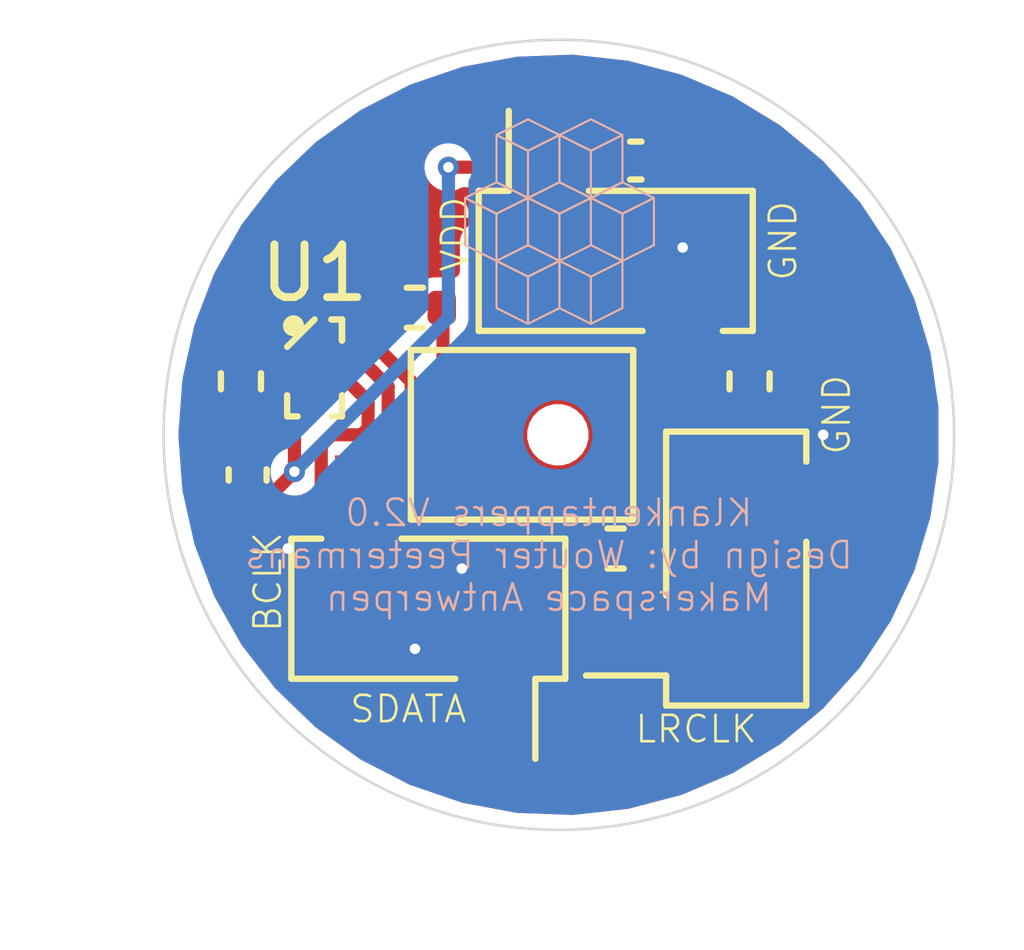
<source format=kicad_pcb>
(kicad_pcb (version 20171130) (host pcbnew 5.1.10)

  (general
    (thickness 1.6)
    (drawings 89)
    (tracks 76)
    (zones 0)
    (modules 11)
    (nets 10)
  )

  (page A4)
  (layers
    (0 F.Cu signal)
    (31 B.Cu signal)
    (32 B.Adhes user)
    (33 F.Adhes user)
    (34 B.Paste user)
    (35 F.Paste user)
    (36 B.SilkS user)
    (37 F.SilkS user)
    (38 B.Mask user)
    (39 F.Mask user)
    (40 Dwgs.User user hide)
    (41 Cmts.User user hide)
    (42 Eco1.User user hide)
    (43 Eco2.User user hide)
    (44 Edge.Cuts user)
    (45 Margin user)
    (46 B.CrtYd user hide)
    (47 F.CrtYd user hide)
    (48 B.Fab user hide)
    (49 F.Fab user hide)
  )

  (setup
    (last_trace_width 0.25)
    (trace_clearance 0.2)
    (zone_clearance 0.254)
    (zone_45_only yes)
    (trace_min 0.127)
    (via_size 0.8)
    (via_drill 0.4)
    (via_min_size 0.4)
    (via_min_drill 0.2)
    (uvia_size 0.3)
    (uvia_drill 0.1)
    (uvias_allowed no)
    (uvia_min_size 0.2)
    (uvia_min_drill 0.1)
    (edge_width 0.05)
    (segment_width 0.2)
    (pcb_text_width 0.3)
    (pcb_text_size 1.5 1.5)
    (mod_edge_width 0.12)
    (mod_text_size 1 1)
    (mod_text_width 0.15)
    (pad_size 0.4 0.4)
    (pad_drill 0)
    (pad_to_mask_clearance 0)
    (aux_axis_origin 0 0)
    (visible_elements FFFFEF7F)
    (pcbplotparams
      (layerselection 0x3ffff_ffffffff)
      (usegerberextensions false)
      (usegerberattributes true)
      (usegerberadvancedattributes true)
      (creategerberjobfile true)
      (excludeedgelayer true)
      (linewidth 0.100000)
      (plotframeref false)
      (viasonmask false)
      (mode 1)
      (useauxorigin false)
      (hpglpennumber 1)
      (hpglpenspeed 20)
      (hpglpendiameter 15.000000)
      (psnegative false)
      (psa4output false)
      (plotreference true)
      (plotvalue true)
      (plotinvisibletext false)
      (padsonsilk false)
      (subtractmaskfromsilk false)
      (outputformat 1)
      (mirror false)
      (drillshape 0)
      (scaleselection 1)
      (outputdirectory "fab/"))
  )

  (net 0 "")
  (net 1 GND)
  (net 2 VDD)
  (net 3 /SDATA)
  (net 4 /BCLK)
  (net 5 /LRCLK)
  (net 6 /LRSELECT)
  (net 7 /PDM_CLK)
  (net 8 "Net-(MK1-Pad1)")
  (net 9 /PDM_DAT)

  (net_class Default "This is the default net class."
    (clearance 0.2)
    (trace_width 0.25)
    (via_dia 0.8)
    (via_drill 0.4)
    (uvia_dia 0.3)
    (uvia_drill 0.1)
  )

  (net_class small ""
    (clearance 0.127)
    (trace_width 0.25)
    (via_dia 0.4)
    (via_drill 0.2)
    (uvia_dia 0.3)
    (uvia_drill 0.1)
    (add_net /BCLK)
    (add_net /LRCLK)
    (add_net /LRSELECT)
    (add_net /PDM_CLK)
    (add_net /PDM_DAT)
    (add_net /SDATA)
    (add_net GND)
    (add_net "Net-(MK1-Pad1)")
    (add_net VDD)
  )

  (module custom:BGA-8_2x4_0.8x1.6mm (layer F.Cu) (tedit 0) (tstamp 6156CF8F)
    (at 135.509 124.714)
    (path /6081731D)
    (attr smd)
    (fp_text reference U1 (at 0 -1.8) (layer F.SilkS)
      (effects (font (size 1 1) (thickness 0.15)))
    )
    (fp_text value ADAU7002 (at 0 1.8) (layer F.Fab)
      (effects (font (size 1 1) (thickness 0.15)))
    )
    (fp_line (start 0 -0.8) (end -0.4 -0.4) (layer F.Fab) (width 0.1))
    (fp_line (start -0.4 -0.4) (end -0.4 0.8) (layer F.Fab) (width 0.1))
    (fp_line (start -0.4 0.8) (end 0.4 0.8) (layer F.Fab) (width 0.1))
    (fp_line (start 0.4 0.8) (end 0.4 -0.8) (layer F.Fab) (width 0.1))
    (fp_line (start 0.4 -0.8) (end 0 -0.8) (layer F.Fab) (width 0.1))
    (fp_line (start 0.32 -0.92) (end 0.52 -0.92) (layer F.SilkS) (width 0.12))
    (fp_line (start 0.52 -0.92) (end 0.52 -0.52) (layer F.SilkS) (width 0.12))
    (fp_line (start 0.32 -0.92) (end 0.52 -0.92) (layer F.SilkS) (width 0.12))
    (fp_line (start 0.52 -0.92) (end 0.52 -0.52) (layer F.SilkS) (width 0.12))
    (fp_line (start 0.32 0.92) (end 0.52 0.92) (layer F.SilkS) (width 0.12))
    (fp_line (start 0.52 0.92) (end 0.52 0.52) (layer F.SilkS) (width 0.12))
    (fp_line (start 0.32 -0.92) (end 0.52 -0.92) (layer F.SilkS) (width 0.12))
    (fp_line (start 0.52 -0.92) (end 0.52 -0.52) (layer F.SilkS) (width 0.12))
    (fp_line (start -0.32 0.92) (end -0.52 0.92) (layer F.SilkS) (width 0.12))
    (fp_line (start -0.52 0.92) (end -0.52 0.52) (layer F.SilkS) (width 0.12))
    (fp_line (start 0 -0.92) (end -0.52 -0.4) (layer F.SilkS) (width 0.12))
    (fp_circle (center -0.4 -0.8) (end -0.4 -0.7) (layer F.SilkS) (width 0.2))
    (fp_line (start -0.6 -1) (end 0.6 -1) (layer F.CrtYd) (width 0.05))
    (fp_line (start 0.6 -1) (end 0.6 1) (layer F.CrtYd) (width 0.05))
    (fp_line (start 0.6 1) (end -0.6 1) (layer F.CrtYd) (width 0.05))
    (fp_line (start -0.6 1) (end -0.6 -1) (layer F.CrtYd) (width 0.05))
    (pad D2 smd circle (at 0.2 0.6) (size 0.26 0.26) (layers F.Cu F.Paste F.Mask)
      (net 2 VDD))
    (pad C2 smd circle (at 0.2 0.2) (size 0.26 0.26) (layers F.Cu F.Paste F.Mask)
      (net 5 /LRCLK))
    (pad B2 smd circle (at 0.2 -0.2) (size 0.26 0.26) (layers F.Cu F.Paste F.Mask)
      (net 4 /BCLK))
    (pad A2 smd circle (at 0.2 -0.6) (size 0.26 0.26) (layers F.Cu F.Paste F.Mask)
      (net 7 /PDM_CLK))
    (pad D1 smd circle (at -0.2 0.6) (size 0.26 0.26) (layers F.Cu F.Paste F.Mask)
      (net 2 VDD))
    (pad C1 smd circle (at -0.2 0.2) (size 0.26 0.26) (layers F.Cu F.Paste F.Mask)
      (net 1 GND))
    (pad B1 smd circle (at -0.2 -0.2) (size 0.26 0.26) (layers F.Cu F.Paste F.Mask)
      (net 3 /SDATA))
    (pad A1 smd circle (at -0.2 -0.6) (size 0.26 0.26) (layers F.Cu F.Paste F.Mask)
      (net 9 /PDM_DAT))
  )

  (module Resistor_SMD:R_0402_1005Metric (layer F.Cu) (tedit 5F68FEEE) (tstamp 6156CF6E)
    (at 141.222 128.143)
    (descr "Resistor SMD 0402 (1005 Metric), square (rectangular) end terminal, IPC_7351 nominal, (Body size source: IPC-SM-782 page 72, https://www.pcb-3d.com/wordpress/wp-content/uploads/ipc-sm-782a_amendment_1_and_2.pdf), generated with kicad-footprint-generator")
    (tags resistor)
    (path /60BDFDA6)
    (attr smd)
    (fp_text reference R4 (at 0 -1.17) (layer F.SilkS) hide
      (effects (font (size 1 1) (thickness 0.15)))
    )
    (fp_text value 0 (at 0 1.17) (layer F.Fab)
      (effects (font (size 1 1) (thickness 0.15)))
    )
    (fp_text user %R (at 0 0) (layer F.Fab)
      (effects (font (size 0.26 0.26) (thickness 0.04)))
    )
    (fp_line (start -0.525 0.27) (end -0.525 -0.27) (layer F.Fab) (width 0.1))
    (fp_line (start -0.525 -0.27) (end 0.525 -0.27) (layer F.Fab) (width 0.1))
    (fp_line (start 0.525 -0.27) (end 0.525 0.27) (layer F.Fab) (width 0.1))
    (fp_line (start 0.525 0.27) (end -0.525 0.27) (layer F.Fab) (width 0.1))
    (fp_line (start -0.153641 -0.38) (end 0.153641 -0.38) (layer F.SilkS) (width 0.12))
    (fp_line (start -0.153641 0.38) (end 0.153641 0.38) (layer F.SilkS) (width 0.12))
    (fp_line (start -0.93 0.47) (end -0.93 -0.47) (layer F.CrtYd) (width 0.05))
    (fp_line (start -0.93 -0.47) (end 0.93 -0.47) (layer F.CrtYd) (width 0.05))
    (fp_line (start 0.93 -0.47) (end 0.93 0.47) (layer F.CrtYd) (width 0.05))
    (fp_line (start 0.93 0.47) (end -0.93 0.47) (layer F.CrtYd) (width 0.05))
    (pad 2 smd roundrect (at 0.51 0) (size 0.54 0.64) (layers F.Cu F.Paste F.Mask) (roundrect_rratio 0.25)
      (net 1 GND))
    (pad 1 smd roundrect (at -0.51 0) (size 0.54 0.64) (layers F.Cu F.Paste F.Mask) (roundrect_rratio 0.25)
      (net 6 /LRSELECT))
    (model ${KISYS3DMOD}/Resistor_SMD.3dshapes/R_0402_1005Metric.wrl
      (at (xyz 0 0 0))
      (scale (xyz 1 1 1))
      (rotate (xyz 0 0 0))
    )
  )

  (module Resistor_SMD:R_0402_1005Metric (layer F.Cu) (tedit 5F68FEEE) (tstamp 6156CF5D)
    (at 143.764 124.968 270)
    (descr "Resistor SMD 0402 (1005 Metric), square (rectangular) end terminal, IPC_7351 nominal, (Body size source: IPC-SM-782 page 72, https://www.pcb-3d.com/wordpress/wp-content/uploads/ipc-sm-782a_amendment_1_and_2.pdf), generated with kicad-footprint-generator")
    (tags resistor)
    (path /60BDF761)
    (attr smd)
    (fp_text reference R3 (at 0 -1.17 90) (layer F.SilkS) hide
      (effects (font (size 1 1) (thickness 0.15)))
    )
    (fp_text value 0 (at 0 1.17 90) (layer F.Fab)
      (effects (font (size 1 1) (thickness 0.15)))
    )
    (fp_text user %R (at 0 0 90) (layer F.Fab)
      (effects (font (size 0.26 0.26) (thickness 0.04)))
    )
    (fp_line (start -0.525 0.27) (end -0.525 -0.27) (layer F.Fab) (width 0.1))
    (fp_line (start -0.525 -0.27) (end 0.525 -0.27) (layer F.Fab) (width 0.1))
    (fp_line (start 0.525 -0.27) (end 0.525 0.27) (layer F.Fab) (width 0.1))
    (fp_line (start 0.525 0.27) (end -0.525 0.27) (layer F.Fab) (width 0.1))
    (fp_line (start -0.153641 -0.38) (end 0.153641 -0.38) (layer F.SilkS) (width 0.12))
    (fp_line (start -0.153641 0.38) (end 0.153641 0.38) (layer F.SilkS) (width 0.12))
    (fp_line (start -0.93 0.47) (end -0.93 -0.47) (layer F.CrtYd) (width 0.05))
    (fp_line (start -0.93 -0.47) (end 0.93 -0.47) (layer F.CrtYd) (width 0.05))
    (fp_line (start 0.93 -0.47) (end 0.93 0.47) (layer F.CrtYd) (width 0.05))
    (fp_line (start 0.93 0.47) (end -0.93 0.47) (layer F.CrtYd) (width 0.05))
    (pad 2 smd roundrect (at 0.51 0 270) (size 0.54 0.64) (layers F.Cu F.Paste F.Mask) (roundrect_rratio 0.25)
      (net 6 /LRSELECT))
    (pad 1 smd roundrect (at -0.51 0 270) (size 0.54 0.64) (layers F.Cu F.Paste F.Mask) (roundrect_rratio 0.25)
      (net 2 VDD))
    (model ${KISYS3DMOD}/Resistor_SMD.3dshapes/R_0402_1005Metric.wrl
      (at (xyz 0 0 0))
      (scale (xyz 1 1 1))
      (rotate (xyz 0 0 0))
    )
  )

  (module Resistor_SMD:R_0402_1005Metric (layer F.Cu) (tedit 5F68FEEE) (tstamp 6156CF4C)
    (at 137.412 123.571)
    (descr "Resistor SMD 0402 (1005 Metric), square (rectangular) end terminal, IPC_7351 nominal, (Body size source: IPC-SM-782 page 72, https://www.pcb-3d.com/wordpress/wp-content/uploads/ipc-sm-782a_amendment_1_and_2.pdf), generated with kicad-footprint-generator")
    (tags resistor)
    (path /608E6240)
    (attr smd)
    (fp_text reference R2 (at 0 -1.17) (layer F.SilkS) hide
      (effects (font (size 1 1) (thickness 0.15)))
    )
    (fp_text value 100 (at 0 1.17) (layer F.Fab)
      (effects (font (size 1 1) (thickness 0.15)))
    )
    (fp_text user %R (at 0 0) (layer F.Fab)
      (effects (font (size 0.26 0.26) (thickness 0.04)))
    )
    (fp_line (start -0.525 0.27) (end -0.525 -0.27) (layer F.Fab) (width 0.1))
    (fp_line (start -0.525 -0.27) (end 0.525 -0.27) (layer F.Fab) (width 0.1))
    (fp_line (start 0.525 -0.27) (end 0.525 0.27) (layer F.Fab) (width 0.1))
    (fp_line (start 0.525 0.27) (end -0.525 0.27) (layer F.Fab) (width 0.1))
    (fp_line (start -0.153641 -0.38) (end 0.153641 -0.38) (layer F.SilkS) (width 0.12))
    (fp_line (start -0.153641 0.38) (end 0.153641 0.38) (layer F.SilkS) (width 0.12))
    (fp_line (start -0.93 0.47) (end -0.93 -0.47) (layer F.CrtYd) (width 0.05))
    (fp_line (start -0.93 -0.47) (end 0.93 -0.47) (layer F.CrtYd) (width 0.05))
    (fp_line (start 0.93 -0.47) (end 0.93 0.47) (layer F.CrtYd) (width 0.05))
    (fp_line (start 0.93 0.47) (end -0.93 0.47) (layer F.CrtYd) (width 0.05))
    (pad 2 smd roundrect (at 0.51 0) (size 0.54 0.64) (layers F.Cu F.Paste F.Mask) (roundrect_rratio 0.25)
      (net 8 "Net-(MK1-Pad1)"))
    (pad 1 smd roundrect (at -0.51 0) (size 0.54 0.64) (layers F.Cu F.Paste F.Mask) (roundrect_rratio 0.25)
      (net 9 /PDM_DAT))
    (model ${KISYS3DMOD}/Resistor_SMD.3dshapes/R_0402_1005Metric.wrl
      (at (xyz 0 0 0))
      (scale (xyz 1 1 1))
      (rotate (xyz 0 0 0))
    )
  )

  (module Resistor_SMD:R_0402_1005Metric (layer F.Cu) (tedit 5F68FEEE) (tstamp 6156CF3B)
    (at 134.112 124.968 270)
    (descr "Resistor SMD 0402 (1005 Metric), square (rectangular) end terminal, IPC_7351 nominal, (Body size source: IPC-SM-782 page 72, https://www.pcb-3d.com/wordpress/wp-content/uploads/ipc-sm-782a_amendment_1_and_2.pdf), generated with kicad-footprint-generator")
    (tags resistor)
    (path /6083C714)
    (attr smd)
    (fp_text reference R1 (at 0 -1.17 90) (layer F.SilkS) hide
      (effects (font (size 1 1) (thickness 0.15)))
    )
    (fp_text value 4k7 (at 0 1.17 90) (layer F.Fab)
      (effects (font (size 1 1) (thickness 0.15)))
    )
    (fp_text user %R (at 0 0 90) (layer F.Fab)
      (effects (font (size 0.26 0.26) (thickness 0.04)))
    )
    (fp_line (start -0.525 0.27) (end -0.525 -0.27) (layer F.Fab) (width 0.1))
    (fp_line (start -0.525 -0.27) (end 0.525 -0.27) (layer F.Fab) (width 0.1))
    (fp_line (start 0.525 -0.27) (end 0.525 0.27) (layer F.Fab) (width 0.1))
    (fp_line (start 0.525 0.27) (end -0.525 0.27) (layer F.Fab) (width 0.1))
    (fp_line (start -0.153641 -0.38) (end 0.153641 -0.38) (layer F.SilkS) (width 0.12))
    (fp_line (start -0.153641 0.38) (end 0.153641 0.38) (layer F.SilkS) (width 0.12))
    (fp_line (start -0.93 0.47) (end -0.93 -0.47) (layer F.CrtYd) (width 0.05))
    (fp_line (start -0.93 -0.47) (end 0.93 -0.47) (layer F.CrtYd) (width 0.05))
    (fp_line (start 0.93 -0.47) (end 0.93 0.47) (layer F.CrtYd) (width 0.05))
    (fp_line (start 0.93 0.47) (end -0.93 0.47) (layer F.CrtYd) (width 0.05))
    (pad 2 smd roundrect (at 0.51 0 270) (size 0.54 0.64) (layers F.Cu F.Paste F.Mask) (roundrect_rratio 0.25)
      (net 1 GND))
    (pad 1 smd roundrect (at -0.51 0 270) (size 0.54 0.64) (layers F.Cu F.Paste F.Mask) (roundrect_rratio 0.25)
      (net 3 /SDATA))
    (model ${KISYS3DMOD}/Resistor_SMD.3dshapes/R_0402_1005Metric.wrl
      (at (xyz 0 0 0))
      (scale (xyz 1 1 1))
      (rotate (xyz 0 0 0))
    )
  )

  (module Sensor_Audio:Infineon_PG-LLGA-5-1 (layer F.Cu) (tedit 5BB39B96) (tstamp 6156CF2A)
    (at 139.446 125.984)
    (descr "Infineon_PG-LLGA-5-1 StepUp generated footprint, https://www.infineon.com/cms/en/product/packages/PG-LLGA/PG-LLGA-5-1/")
    (tags "infineon mems microphone")
    (path /60832ACD)
    (attr smd)
    (fp_text reference MK1 (at 0 -2.5) (layer F.SilkS) hide
      (effects (font (size 1 1) (thickness 0.15)))
    )
    (fp_text value IM69D120 (at 0 2.5) (layer F.Fab)
      (effects (font (size 1 1) (thickness 0.15)))
    )
    (fp_text user %R (at 0 0) (layer F.Fab)
      (effects (font (size 1 1) (thickness 0.15)))
    )
    (fp_line (start -1 -1.5) (end 2 -1.5) (layer F.Fab) (width 0.1))
    (fp_line (start 2 -1.5) (end 2 1.5) (layer F.Fab) (width 0.1))
    (fp_line (start 2 1.5) (end -2 1.5) (layer F.Fab) (width 0.1))
    (fp_line (start -2 1.5) (end -2 -0.5) (layer F.Fab) (width 0.1))
    (fp_line (start -2.25 -1.75) (end 2.25 -1.75) (layer F.CrtYd) (width 0.05))
    (fp_line (start 2.25 -1.75) (end 2.25 1.75) (layer F.CrtYd) (width 0.05))
    (fp_line (start 2.25 1.75) (end -2.25 1.75) (layer F.CrtYd) (width 0.05))
    (fp_line (start -2.25 1.75) (end -2.25 -1.75) (layer F.CrtYd) (width 0.05))
    (fp_line (start -2.11 -1.61) (end 2.11 -1.61) (layer F.SilkS) (width 0.12))
    (fp_line (start 2.11 -1.61) (end 2.11 1.61) (layer F.SilkS) (width 0.12))
    (fp_line (start 2.11 1.61) (end -2.11 1.61) (layer F.SilkS) (width 0.12))
    (fp_line (start -2.11 1.61) (end -2.11 -1.61) (layer F.SilkS) (width 0.12))
    (fp_line (start -2 -0.5) (end -1 -1.5) (layer F.Fab) (width 0.1))
    (pad 5 smd custom (at 0.68 -0.81) (size 0.4 0.4) (layers F.Cu F.Mask)
      (net 1 GND) (zone_connect 0)
      (options (clearance outline) (anchor circle))
      (primitives
        (gr_circle (center 0 0.81) (end 0.81 0.81) (width 0.46))
      ))
    (pad "" smd custom (at 1.08 -0.693) (size 0.3 0.3) (layers F.Paste)
      (zone_connect 0)
      (options (clearance outline) (anchor circle))
      (primitives
        (gr_poly (pts
           (xy 0.332468 0.084738) (xy 0.321597 0.162013) (xy 0.281981 0.229246) (xy 0.219652 0.2762) (xy 0.144099 0.295729)
           (xy 0.066824 0.284857) (xy -0.000409 0.245242) (xy -0.1 0.173205) (xy -0.212181 0.122975) (xy -0.280106 0.084557)
           (xy -0.328158 0.023071) (xy -0.349023 -0.052124) (xy -0.339523 -0.12958) (xy -0.301106 -0.197505) (xy -0.239619 -0.245557)
           (xy -0.164424 -0.266422) (xy -0.086969 -0.256922) (xy 0.039636 -0.205356) (xy 0.158025 -0.137004) (xy 0.265986 -0.053144)
           (xy 0.31294 0.009185)) (width 0))
      ))
    (pad "" smd custom (at 0.28 -0.693) (size 0.3 0.3) (layers F.Paste)
      (zone_connect 0)
      (options (clearance outline) (anchor circle))
      (primitives
        (gr_poly (pts
           (xy 0.239619 -0.245557) (xy 0.301106 -0.197505) (xy 0.339523 -0.12958) (xy 0.349023 -0.052124) (xy 0.328158 0.023071)
           (xy 0.280106 0.084557) (xy 0.212181 0.122975) (xy 0.1 0.173205) (xy 0.000409 0.245242) (xy -0.066824 0.284857)
           (xy -0.144099 0.295729) (xy -0.219652 0.2762) (xy -0.281981 0.229246) (xy -0.321597 0.162013) (xy -0.332468 0.084738)
           (xy -0.31294 0.009185) (xy -0.265986 -0.053144) (xy -0.158025 -0.137004) (xy -0.039636 -0.205356) (xy 0.086969 -0.256922)
           (xy 0.164424 -0.266422)) (width 0))
      ))
    (pad "" smd custom (at -0.12 0) (size 0.3 0.3) (layers F.Paste)
      (zone_connect 0)
      (options (clearance outline) (anchor circle))
      (primitives
        (gr_poly (pts
           (xy -0.092849 -0.330295) (xy -0.020491 -0.359518) (xy 0.057542 -0.358826) (xy 0.12937 -0.328325) (xy 0.184059 -0.272658)
           (xy 0.213282 -0.2003) (xy 0.21259 -0.122267) (xy 0.2 0) (xy 0.21259 0.122267) (xy 0.213282 0.2003)
           (xy 0.184059 0.272658) (xy 0.12937 0.328325) (xy 0.057542 0.358826) (xy -0.020491 0.359518) (xy -0.092849 0.330295)
           (xy -0.148516 0.275607) (xy -0.179017 0.203778) (xy -0.197661 0.068352) (xy -0.197661 -0.068352) (xy -0.179017 -0.203778)
           (xy -0.148516 -0.275607)) (width 0))
      ))
    (pad "" smd custom (at 0.28 0.693) (size 0.3 0.3) (layers F.Paste)
      (zone_connect 0)
      (options (clearance outline) (anchor circle))
      (primitives
        (gr_poly (pts
           (xy -0.332475 -0.084712) (xy -0.32161 -0.161988) (xy -0.281999 -0.229224) (xy -0.219674 -0.276183) (xy -0.144122 -0.295717)
           (xy -0.066846 -0.284852) (xy 0.000389 -0.245242) (xy 0.099986 -0.173213) (xy 0.212171 -0.122991) (xy 0.280099 -0.084579)
           (xy 0.328156 -0.023096) (xy 0.349027 0.052097) (xy 0.339534 0.129554) (xy 0.301122 0.197481) (xy 0.239639 0.245538)
           (xy 0.164445 0.266409) (xy 0.086989 0.256916) (xy -0.03962 0.205359) (xy -0.158014 0.137016) (xy -0.265981 0.053165)
           (xy -0.312941 -0.00916)) (width 0))
      ))
    (pad "" smd custom (at 1.08 0.693) (size 0.3 0.3) (layers F.Paste)
      (zone_connect 0)
      (options (clearance outline) (anchor circle))
      (primitives
        (gr_poly (pts
           (xy -0.239617 0.245559) (xy -0.301104 0.197507) (xy -0.339522 0.129583) (xy -0.349022 0.052127) (xy -0.328158 -0.023068)
           (xy -0.280106 -0.084555) (xy -0.212182 -0.122973) (xy -0.100002 -0.173204) (xy -0.000411 -0.245242) (xy 0.066822 -0.284858)
           (xy 0.144097 -0.29573) (xy 0.21965 -0.276202) (xy 0.281979 -0.229248) (xy 0.321596 -0.162016) (xy 0.332468 -0.084741)
           (xy 0.31294 -0.009187) (xy 0.265986 0.053142) (xy 0.158026 0.137002) (xy 0.039638 0.205355) (xy -0.086966 0.256923)
           (xy -0.164422 0.266423)) (width 0))
      ))
    (pad "" smd custom (at 1.48 0) (size 0.3 0.3) (layers F.Paste)
      (zone_connect 0)
      (options (clearance outline) (anchor circle))
      (primitives
        (gr_poly (pts
           (xy 0.092849 0.330295) (xy 0.020491 0.359518) (xy -0.057542 0.358826) (xy -0.12937 0.328325) (xy -0.184059 0.272658)
           (xy -0.213282 0.2003) (xy -0.21259 0.122267) (xy -0.2 0) (xy -0.21259 -0.122267) (xy -0.213282 -0.2003)
           (xy -0.184059 -0.272658) (xy -0.12937 -0.328325) (xy -0.057542 -0.358826) (xy 0.020491 -0.359518) (xy 0.092849 -0.330295)
           (xy 0.148516 -0.275607) (xy 0.179017 -0.203778) (xy 0.197661 -0.068352) (xy 0.197661 0.068352) (xy 0.179017 0.203778)
           (xy 0.148516 0.275607)) (width 0))
      ))
    (pad "" smd custom (at -0.8 0.725) (size 0.3 0.3) (layers F.Paste)
      (zone_connect 0)
      (options (clearance outline) (anchor circle))
      (primitives
        (gr_poly (pts
           (xy 0.184776 -0.076537) (xy 0.141421 -0.141421) (xy 0.076537 -0.184776) (xy 0 -0.2) (xy -0.076537 -0.184776)
           (xy -0.141421 -0.141421) (xy -0.184776 -0.076537) (xy -0.2 0) (xy -0.2 0.25) (xy -0.184776 0.326537)
           (xy -0.141421 0.391421) (xy -0.076537 0.434776) (xy 0 0.45) (xy 0.076537 0.434776) (xy 0.141421 0.391421)
           (xy 0.184776 0.326537) (xy 0.2 0.25) (xy 0.2 0)) (width 0))
      ))
    (pad "" smd custom (at -1.5 0.725) (size 0.3 0.3) (layers F.Paste)
      (zone_connect 0)
      (options (clearance outline) (anchor circle))
      (primitives
        (gr_poly (pts
           (xy 0.184776 -0.076537) (xy 0.141421 -0.141421) (xy 0.076537 -0.184776) (xy 0 -0.2) (xy -0.076537 -0.184776)
           (xy -0.141421 -0.141421) (xy -0.184776 -0.076537) (xy -0.2 0) (xy -0.2 0.25) (xy -0.184776 0.326537)
           (xy -0.141421 0.391421) (xy -0.076537 0.434776) (xy 0 0.45) (xy 0.076537 0.434776) (xy 0.141421 0.391421)
           (xy 0.184776 0.326537) (xy 0.2 0.25) (xy 0.2 0)) (width 0))
      ))
    (pad "" smd custom (at -0.8 -0.725) (size 0.3 0.3) (layers F.Paste)
      (zone_connect 0)
      (options (clearance outline) (anchor circle))
      (primitives
        (gr_poly (pts
           (xy 0.184776 -0.326537) (xy 0.141421 -0.391421) (xy 0.076537 -0.434776) (xy 0 -0.45) (xy -0.076537 -0.434776)
           (xy -0.141421 -0.391421) (xy -0.184776 -0.326537) (xy -0.2 -0.25) (xy -0.2 0) (xy -0.184776 0.076537)
           (xy -0.141421 0.141421) (xy -0.076537 0.184776) (xy 0 0.2) (xy 0.076537 0.184776) (xy 0.141421 0.141421)
           (xy 0.184776 0.076537) (xy 0.2 0) (xy 0.2 -0.25)) (width 0))
      ))
    (pad "" smd custom (at -1.5 -0.725) (size 0.3 0.3) (layers F.Paste)
      (zone_connect 0)
      (options (clearance outline) (anchor circle))
      (primitives
        (gr_poly (pts
           (xy 0.184776 -0.326537) (xy 0.141421 -0.391421) (xy 0.076537 -0.434776) (xy 0 -0.45) (xy -0.076537 -0.434776)
           (xy -0.141421 -0.391421) (xy -0.184776 -0.326537) (xy -0.2 -0.25) (xy -0.2 0) (xy -0.184776 0.076537)
           (xy -0.141421 0.141421) (xy -0.076537 0.184776) (xy 0 0.2) (xy 0.076537 0.184776) (xy 0.141421 0.141421)
           (xy 0.184776 0.076537) (xy 0.2 0) (xy 0.2 -0.25)) (width 0))
      ))
    (pad "" np_thru_hole circle (at 0.68 0) (size 0.8 0.8) (drill 0.8) (layers *.Cu *.Mask))
    (pad 4 smd rect (at -0.8 0.85) (size 0.45 0.7) (layers F.Cu F.Mask)
      (net 6 /LRSELECT))
    (pad 3 smd rect (at -1.5 0.85) (size 0.45 0.7) (layers F.Cu F.Mask)
      (net 7 /PDM_CLK))
    (pad 2 smd rect (at -0.8 -0.85) (size 0.45 0.7) (layers F.Cu F.Mask)
      (net 2 VDD))
    (pad 1 smd rect (at -1.5 -0.85) (size 0.45 0.7) (layers F.Cu F.Mask)
      (net 8 "Net-(MK1-Pad1)"))
    (model ${KISYS3DMOD}/Sensor_Audio.3dshapes/Infineon_PG-LLGA-5-1.wrl
      (at (xyz 0 0 0))
      (scale (xyz 1 1 1))
      (rotate (xyz 0 0 0))
    )
  )

  (module Connector_PinHeader_2.54mm:PinHeader_1x02_P2.54mm_Vertical_SMD_Pin1Right (layer F.Cu) (tedit 59FED5CC) (tstamp 6156CF08)
    (at 143.51 128.524 180)
    (descr "surface-mounted straight pin header, 1x02, 2.54mm pitch, single row, style 2 (pin 1 right)")
    (tags "Surface mounted pin header SMD 1x02 2.54mm single row style2 pin1 right")
    (path /615701D1)
    (attr smd)
    (fp_text reference J3 (at 0 -3.6) (layer F.SilkS) hide
      (effects (font (size 1 1) (thickness 0.15)))
    )
    (fp_text value Conn_01x02 (at 0 3.6) (layer F.Fab)
      (effects (font (size 1 1) (thickness 0.15)))
    )
    (fp_text user %R (at 0 0 90) (layer F.Fab)
      (effects (font (size 1 1) (thickness 0.15)))
    )
    (fp_line (start 1.27 2.54) (end -1.27 2.54) (layer F.Fab) (width 0.1))
    (fp_line (start -1.27 -2.54) (end 0.32 -2.54) (layer F.Fab) (width 0.1))
    (fp_line (start 1.27 2.54) (end 1.27 -1.59) (layer F.Fab) (width 0.1))
    (fp_line (start 1.27 -1.59) (end 0.32 -2.54) (layer F.Fab) (width 0.1))
    (fp_line (start -1.27 -2.54) (end -1.27 2.54) (layer F.Fab) (width 0.1))
    (fp_line (start -1.27 0.95) (end -2.54 0.95) (layer F.Fab) (width 0.1))
    (fp_line (start -2.54 0.95) (end -2.54 1.59) (layer F.Fab) (width 0.1))
    (fp_line (start -2.54 1.59) (end -1.27 1.59) (layer F.Fab) (width 0.1))
    (fp_line (start 1.27 -1.59) (end 2.54 -1.59) (layer F.Fab) (width 0.1))
    (fp_line (start 2.54 -1.59) (end 2.54 -0.95) (layer F.Fab) (width 0.1))
    (fp_line (start 2.54 -0.95) (end 1.27 -0.95) (layer F.Fab) (width 0.1))
    (fp_line (start -1.33 -2.6) (end 1.33 -2.6) (layer F.SilkS) (width 0.12))
    (fp_line (start -1.33 2.6) (end 1.33 2.6) (layer F.SilkS) (width 0.12))
    (fp_line (start 1.33 -0.51) (end 1.33 2.6) (layer F.SilkS) (width 0.12))
    (fp_line (start -1.33 -2.6) (end -1.33 0.51) (layer F.SilkS) (width 0.12))
    (fp_line (start 1.33 -2.03) (end 2.85 -2.03) (layer F.SilkS) (width 0.12))
    (fp_line (start 1.33 -2.6) (end 1.33 -2.03) (layer F.SilkS) (width 0.12))
    (fp_line (start -1.33 2.03) (end -1.33 2.6) (layer F.SilkS) (width 0.12))
    (fp_line (start -3.45 -3.05) (end -3.45 3.05) (layer F.CrtYd) (width 0.05))
    (fp_line (start -3.45 3.05) (end 3.45 3.05) (layer F.CrtYd) (width 0.05))
    (fp_line (start 3.45 3.05) (end 3.45 -3.05) (layer F.CrtYd) (width 0.05))
    (fp_line (start 3.45 -3.05) (end -3.45 -3.05) (layer F.CrtYd) (width 0.05))
    (pad 1 smd rect (at 1.655 -1.27 180) (size 2.51 1) (layers F.Cu F.Paste F.Mask)
      (net 5 /LRCLK))
    (pad 2 smd rect (at -1.655 1.27 180) (size 2.51 1) (layers F.Cu F.Paste F.Mask)
      (net 1 GND))
    (model ${KISYS3DMOD}/Connector_PinHeader_2.54mm.3dshapes/PinHeader_1x02_P2.54mm_Vertical_SMD_Pin1Right.wrl
      (at (xyz 0 0 0))
      (scale (xyz 1 1 1))
      (rotate (xyz 0 0 0))
    )
  )

  (module Connector_PinHeader_2.54mm:PinHeader_1x02_P2.54mm_Vertical_SMD_Pin1Right (layer F.Cu) (tedit 59FED5CC) (tstamp 6156CEEB)
    (at 137.668 129.286 270)
    (descr "surface-mounted straight pin header, 1x02, 2.54mm pitch, single row, style 2 (pin 1 right)")
    (tags "Surface mounted pin header SMD 1x02 2.54mm single row style2 pin1 right")
    (path /6156FA6B)
    (attr smd)
    (fp_text reference J2 (at 0 -3.6 90) (layer F.SilkS) hide
      (effects (font (size 1 1) (thickness 0.15)))
    )
    (fp_text value Conn_01x02 (at 0 3.6 90) (layer F.Fab)
      (effects (font (size 1 1) (thickness 0.15)))
    )
    (fp_text user %R (at 0 0) (layer F.Fab)
      (effects (font (size 1 1) (thickness 0.15)))
    )
    (fp_line (start 1.27 2.54) (end -1.27 2.54) (layer F.Fab) (width 0.1))
    (fp_line (start -1.27 -2.54) (end 0.32 -2.54) (layer F.Fab) (width 0.1))
    (fp_line (start 1.27 2.54) (end 1.27 -1.59) (layer F.Fab) (width 0.1))
    (fp_line (start 1.27 -1.59) (end 0.32 -2.54) (layer F.Fab) (width 0.1))
    (fp_line (start -1.27 -2.54) (end -1.27 2.54) (layer F.Fab) (width 0.1))
    (fp_line (start -1.27 0.95) (end -2.54 0.95) (layer F.Fab) (width 0.1))
    (fp_line (start -2.54 0.95) (end -2.54 1.59) (layer F.Fab) (width 0.1))
    (fp_line (start -2.54 1.59) (end -1.27 1.59) (layer F.Fab) (width 0.1))
    (fp_line (start 1.27 -1.59) (end 2.54 -1.59) (layer F.Fab) (width 0.1))
    (fp_line (start 2.54 -1.59) (end 2.54 -0.95) (layer F.Fab) (width 0.1))
    (fp_line (start 2.54 -0.95) (end 1.27 -0.95) (layer F.Fab) (width 0.1))
    (fp_line (start -1.33 -2.6) (end 1.33 -2.6) (layer F.SilkS) (width 0.12))
    (fp_line (start -1.33 2.6) (end 1.33 2.6) (layer F.SilkS) (width 0.12))
    (fp_line (start 1.33 -0.51) (end 1.33 2.6) (layer F.SilkS) (width 0.12))
    (fp_line (start -1.33 -2.6) (end -1.33 0.51) (layer F.SilkS) (width 0.12))
    (fp_line (start 1.33 -2.03) (end 2.85 -2.03) (layer F.SilkS) (width 0.12))
    (fp_line (start 1.33 -2.6) (end 1.33 -2.03) (layer F.SilkS) (width 0.12))
    (fp_line (start -1.33 2.03) (end -1.33 2.6) (layer F.SilkS) (width 0.12))
    (fp_line (start -3.45 -3.05) (end -3.45 3.05) (layer F.CrtYd) (width 0.05))
    (fp_line (start -3.45 3.05) (end 3.45 3.05) (layer F.CrtYd) (width 0.05))
    (fp_line (start 3.45 3.05) (end 3.45 -3.05) (layer F.CrtYd) (width 0.05))
    (fp_line (start 3.45 -3.05) (end -3.45 -3.05) (layer F.CrtYd) (width 0.05))
    (pad 1 smd rect (at 1.655 -1.27 270) (size 2.51 1) (layers F.Cu F.Paste F.Mask)
      (net 3 /SDATA))
    (pad 2 smd rect (at -1.655 1.27 270) (size 2.51 1) (layers F.Cu F.Paste F.Mask)
      (net 4 /BCLK))
    (model ${KISYS3DMOD}/Connector_PinHeader_2.54mm.3dshapes/PinHeader_1x02_P2.54mm_Vertical_SMD_Pin1Right.wrl
      (at (xyz 0 0 0))
      (scale (xyz 1 1 1))
      (rotate (xyz 0 0 0))
    )
  )

  (module Connector_PinHeader_2.54mm:PinHeader_1x02_P2.54mm_Vertical_SMD_Pin1Right (layer F.Cu) (tedit 59FED5CC) (tstamp 6156CECE)
    (at 141.224 122.682 90)
    (descr "surface-mounted straight pin header, 1x02, 2.54mm pitch, single row, style 2 (pin 1 right)")
    (tags "Surface mounted pin header SMD 1x02 2.54mm single row style2 pin1 right")
    (path /608553F2)
    (attr smd)
    (fp_text reference J1 (at 0 -3.6 90) (layer F.SilkS) hide
      (effects (font (size 1 1) (thickness 0.15)))
    )
    (fp_text value Conn_01x02 (at 0 3.6 90) (layer F.Fab)
      (effects (font (size 1 1) (thickness 0.15)))
    )
    (fp_text user %R (at 0 0) (layer F.Fab)
      (effects (font (size 1 1) (thickness 0.15)))
    )
    (fp_line (start 1.27 2.54) (end -1.27 2.54) (layer F.Fab) (width 0.1))
    (fp_line (start -1.27 -2.54) (end 0.32 -2.54) (layer F.Fab) (width 0.1))
    (fp_line (start 1.27 2.54) (end 1.27 -1.59) (layer F.Fab) (width 0.1))
    (fp_line (start 1.27 -1.59) (end 0.32 -2.54) (layer F.Fab) (width 0.1))
    (fp_line (start -1.27 -2.54) (end -1.27 2.54) (layer F.Fab) (width 0.1))
    (fp_line (start -1.27 0.95) (end -2.54 0.95) (layer F.Fab) (width 0.1))
    (fp_line (start -2.54 0.95) (end -2.54 1.59) (layer F.Fab) (width 0.1))
    (fp_line (start -2.54 1.59) (end -1.27 1.59) (layer F.Fab) (width 0.1))
    (fp_line (start 1.27 -1.59) (end 2.54 -1.59) (layer F.Fab) (width 0.1))
    (fp_line (start 2.54 -1.59) (end 2.54 -0.95) (layer F.Fab) (width 0.1))
    (fp_line (start 2.54 -0.95) (end 1.27 -0.95) (layer F.Fab) (width 0.1))
    (fp_line (start -1.33 -2.6) (end 1.33 -2.6) (layer F.SilkS) (width 0.12))
    (fp_line (start -1.33 2.6) (end 1.33 2.6) (layer F.SilkS) (width 0.12))
    (fp_line (start 1.33 -0.51) (end 1.33 2.6) (layer F.SilkS) (width 0.12))
    (fp_line (start -1.33 -2.6) (end -1.33 0.51) (layer F.SilkS) (width 0.12))
    (fp_line (start 1.33 -2.03) (end 2.85 -2.03) (layer F.SilkS) (width 0.12))
    (fp_line (start 1.33 -2.6) (end 1.33 -2.03) (layer F.SilkS) (width 0.12))
    (fp_line (start -1.33 2.03) (end -1.33 2.6) (layer F.SilkS) (width 0.12))
    (fp_line (start -3.45 -3.05) (end -3.45 3.05) (layer F.CrtYd) (width 0.05))
    (fp_line (start -3.45 3.05) (end 3.45 3.05) (layer F.CrtYd) (width 0.05))
    (fp_line (start 3.45 3.05) (end 3.45 -3.05) (layer F.CrtYd) (width 0.05))
    (fp_line (start 3.45 -3.05) (end -3.45 -3.05) (layer F.CrtYd) (width 0.05))
    (pad 1 smd rect (at 1.655 -1.27 90) (size 2.51 1) (layers F.Cu F.Paste F.Mask)
      (net 2 VDD))
    (pad 2 smd rect (at -1.655 1.27 90) (size 2.51 1) (layers F.Cu F.Paste F.Mask)
      (net 1 GND))
    (model ${KISYS3DMOD}/Connector_PinHeader_2.54mm.3dshapes/PinHeader_1x02_P2.54mm_Vertical_SMD_Pin1Right.wrl
      (at (xyz 0 0 0))
      (scale (xyz 1 1 1))
      (rotate (xyz 0 0 0))
    )
  )

  (module Capacitor_SMD:C_0402_1005Metric (layer F.Cu) (tedit 5F68FEEE) (tstamp 6156CEB1)
    (at 141.605 120.777 180)
    (descr "Capacitor SMD 0402 (1005 Metric), square (rectangular) end terminal, IPC_7351 nominal, (Body size source: IPC-SM-782 page 76, https://www.pcb-3d.com/wordpress/wp-content/uploads/ipc-sm-782a_amendment_1_and_2.pdf), generated with kicad-footprint-generator")
    (tags capacitor)
    (path /60838268)
    (attr smd)
    (fp_text reference C2 (at 0 -1.16) (layer F.SilkS) hide
      (effects (font (size 1 1) (thickness 0.15)))
    )
    (fp_text value 0.1uF (at 0 1.16) (layer F.Fab)
      (effects (font (size 1 1) (thickness 0.15)))
    )
    (fp_text user %R (at 0 0) (layer F.Fab)
      (effects (font (size 0.25 0.25) (thickness 0.04)))
    )
    (fp_line (start -0.5 0.25) (end -0.5 -0.25) (layer F.Fab) (width 0.1))
    (fp_line (start -0.5 -0.25) (end 0.5 -0.25) (layer F.Fab) (width 0.1))
    (fp_line (start 0.5 -0.25) (end 0.5 0.25) (layer F.Fab) (width 0.1))
    (fp_line (start 0.5 0.25) (end -0.5 0.25) (layer F.Fab) (width 0.1))
    (fp_line (start -0.107836 -0.36) (end 0.107836 -0.36) (layer F.SilkS) (width 0.12))
    (fp_line (start -0.107836 0.36) (end 0.107836 0.36) (layer F.SilkS) (width 0.12))
    (fp_line (start -0.91 0.46) (end -0.91 -0.46) (layer F.CrtYd) (width 0.05))
    (fp_line (start -0.91 -0.46) (end 0.91 -0.46) (layer F.CrtYd) (width 0.05))
    (fp_line (start 0.91 -0.46) (end 0.91 0.46) (layer F.CrtYd) (width 0.05))
    (fp_line (start 0.91 0.46) (end -0.91 0.46) (layer F.CrtYd) (width 0.05))
    (pad 2 smd roundrect (at 0.48 0 180) (size 0.56 0.62) (layers F.Cu F.Paste F.Mask) (roundrect_rratio 0.25)
      (net 1 GND))
    (pad 1 smd roundrect (at -0.48 0 180) (size 0.56 0.62) (layers F.Cu F.Paste F.Mask) (roundrect_rratio 0.25)
      (net 2 VDD))
    (model ${KISYS3DMOD}/Capacitor_SMD.3dshapes/C_0402_1005Metric.wrl
      (at (xyz 0 0 0))
      (scale (xyz 1 1 1))
      (rotate (xyz 0 0 0))
    )
  )

  (module Capacitor_SMD:C_0402_1005Metric (layer F.Cu) (tedit 5F68FEEE) (tstamp 6156CEA0)
    (at 134.239 126.746 90)
    (descr "Capacitor SMD 0402 (1005 Metric), square (rectangular) end terminal, IPC_7351 nominal, (Body size source: IPC-SM-782 page 76, https://www.pcb-3d.com/wordpress/wp-content/uploads/ipc-sm-782a_amendment_1_and_2.pdf), generated with kicad-footprint-generator")
    (tags capacitor)
    (path /608D1EEB)
    (attr smd)
    (fp_text reference C1 (at 0 -1.16 90) (layer F.SilkS) hide
      (effects (font (size 1 1) (thickness 0.15)))
    )
    (fp_text value 100nF (at 0 1.16 90) (layer F.Fab)
      (effects (font (size 1 1) (thickness 0.15)))
    )
    (fp_text user %R (at 0 0 90) (layer F.Fab)
      (effects (font (size 0.25 0.25) (thickness 0.04)))
    )
    (fp_line (start -0.5 0.25) (end -0.5 -0.25) (layer F.Fab) (width 0.1))
    (fp_line (start -0.5 -0.25) (end 0.5 -0.25) (layer F.Fab) (width 0.1))
    (fp_line (start 0.5 -0.25) (end 0.5 0.25) (layer F.Fab) (width 0.1))
    (fp_line (start 0.5 0.25) (end -0.5 0.25) (layer F.Fab) (width 0.1))
    (fp_line (start -0.107836 -0.36) (end 0.107836 -0.36) (layer F.SilkS) (width 0.12))
    (fp_line (start -0.107836 0.36) (end 0.107836 0.36) (layer F.SilkS) (width 0.12))
    (fp_line (start -0.91 0.46) (end -0.91 -0.46) (layer F.CrtYd) (width 0.05))
    (fp_line (start -0.91 -0.46) (end 0.91 -0.46) (layer F.CrtYd) (width 0.05))
    (fp_line (start 0.91 -0.46) (end 0.91 0.46) (layer F.CrtYd) (width 0.05))
    (fp_line (start 0.91 0.46) (end -0.91 0.46) (layer F.CrtYd) (width 0.05))
    (pad 2 smd roundrect (at 0.48 0 90) (size 0.56 0.62) (layers F.Cu F.Paste F.Mask) (roundrect_rratio 0.25)
      (net 1 GND))
    (pad 1 smd roundrect (at -0.48 0 90) (size 0.56 0.62) (layers F.Cu F.Paste F.Mask) (roundrect_rratio 0.25)
      (net 2 VDD))
    (model ${KISYS3DMOD}/Capacitor_SMD.3dshapes/C_0402_1005Metric.wrl
      (at (xyz 0 0 0))
      (scale (xyz 1 1 1))
      (rotate (xyz 0 0 0))
    )
  )

  (gr_line (start 138.3642 122.383428) (end 138.36417 121.487314) (layer B.SilkS) (width 0.04))
  (gr_line (start 138.961569 121.786114) (end 139.55894 121.487428) (layer B.SilkS) (width 0.04))
  (gr_line (start 139.55891 121.487314) (end 138.96154 121.786) (layer B.SilkS) (width 0.04))
  (gr_line (start 139.55894 121.487428) (end 139.55897 122.383314) (layer B.SilkS) (width 0.04))
  (gr_line (start 139.55897 121.487314) (end 140.15617 121.785914) (layer B.SilkS) (width 0.04))
  (gr_line (start 138.961569 122.682114) (end 139.55894 122.383428) (layer B.SilkS) (width 0.04))
  (gr_line (start 141.35097 123.578114) (end 140.7536 123.876798) (layer B.SilkS) (width 0.04))
  (gr_line (start 140.75357 121.487314) (end 141.35094 121.188628) (layer B.SilkS) (width 0.04))
  (gr_line (start 141.94837 121.487314) (end 141.94837 122.383314) (layer B.SilkS) (width 0.04))
  (gr_line (start 140.75357 120.591314) (end 141.35094 120.292628) (layer B.SilkS) (width 0.04))
  (gr_line (start 140.15617 120.292514) (end 140.75357 120.591314) (layer B.SilkS) (width 0.04))
  (gr_line (start 141.35097 121.786114) (end 141.35097 122.682114) (layer B.SilkS) (width 0.04))
  (gr_line (start 140.15617 121.785914) (end 140.75354 121.487228) (layer B.SilkS) (width 0.04))
  (gr_line (start 140.15617 122.682114) (end 140.75357 122.980714) (layer B.SilkS) (width 0.04))
  (gr_line (start 141.35091 120.292514) (end 140.75354 120.5912) (layer B.SilkS) (width 0.04))
  (gr_line (start 140.75354 119.99383) (end 141.35091 120.292514) (layer B.SilkS) (width 0.04))
  (gr_line (start 139.55897 122.980714) (end 139.55897 123.876714) (layer B.SilkS) (width 0.04))
  (gr_line (start 140.15617 122.682114) (end 139.5588 122.383428) (layer B.SilkS) (width 0.04))
  (gr_line (start 139.55897 123.876714) (end 138.9616 123.578028) (layer B.SilkS) (width 0.04))
  (gr_line (start 140.15617 120.292514) (end 140.75354 119.99383) (layer B.SilkS) (width 0.04))
  (gr_line (start 140.7536 121.4874) (end 140.75357 120.591314) (layer B.SilkS) (width 0.04))
  (gr_line (start 140.15617 121.188714) (end 139.5588 121.4874) (layer B.SilkS) (width 0.04))
  (gr_line (start 140.15634 120.292628) (end 140.15617 121.188714) (layer B.SilkS) (width 0.04))
  (gr_line (start 140.1562 122.682) (end 140.15617 121.785914) (layer B.SilkS) (width 0.04))
  (gr_line (start 140.15634 121.785998) (end 139.55897 121.487314) (layer B.SilkS) (width 0.04))
  (gr_line (start 140.75357 121.487314) (end 141.35097 121.786114) (layer B.SilkS) (width 0.04))
  (gr_line (start 139.55897 122.980714) (end 140.15634 122.682028) (layer B.SilkS) (width 0.04))
  (gr_line (start 139.55894 120.5912) (end 138.961569 120.292514) (layer B.SilkS) (width 0.04))
  (gr_line (start 138.961569 122.682114) (end 139.55897 122.980714) (layer B.SilkS) (width 0.04))
  (gr_line (start 140.75357 122.980714) (end 140.75357 123.876714) (layer B.SilkS) (width 0.04))
  (gr_line (start 139.5588 123.8768) (end 139.55897 122.980714) (layer B.SilkS) (width 0.04))
  (gr_line (start 140.75357 122.383314) (end 140.1562 122.682) (layer B.SilkS) (width 0.04))
  (gr_line (start 140.75354 121.487228) (end 140.75357 122.383314) (layer B.SilkS) (width 0.04))
  (gr_line (start 138.961569 120.292514) (end 139.55894 119.99383) (layer B.SilkS) (width 0.04))
  (gr_line (start 139.5588 121.4874) (end 139.55897 120.591314) (layer B.SilkS) (width 0.04))
  (gr_line (start 141.35094 122.68203) (end 141.35097 123.578114) (layer B.SilkS) (width 0.04))
  (gr_line (start 139.55894 122.383428) (end 140.15631 122.682114) (layer B.SilkS) (width 0.04))
  (gr_line (start 138.9616 123.578028) (end 138.961569 122.682114) (layer B.SilkS) (width 0.04))
  (gr_line (start 141.35097 121.188714) (end 140.7536 121.4874) (layer B.SilkS) (width 0.04))
  (gr_line (start 141.35094 120.292628) (end 141.35097 121.188714) (layer B.SilkS) (width 0.04))
  (gr_line (start 140.7536 123.876798) (end 140.75357 122.980714) (layer B.SilkS) (width 0.04))
  (gr_line (start 139.55897 122.383314) (end 138.9616 122.682) (layer B.SilkS) (width 0.04))
  (gr_line (start 141.94831 121.487314) (end 141.35094 121.786) (layer B.SilkS) (width 0.04))
  (gr_line (start 141.35094 121.188628) (end 141.94831 121.487314) (layer B.SilkS) (width 0.04))
  (gr_line (start 139.55897 120.591314) (end 139.55897 121.487314) (layer B.SilkS) (width 0.04))
  (gr_line (start 140.75354 120.5912) (end 140.15617 120.292514) (layer B.SilkS) (width 0.04))
  (gr_line (start 138.9616 121.188628) (end 138.961569 120.292514) (layer B.SilkS) (width 0.04))
  (gr_line (start 139.55897 121.487314) (end 138.9616 121.188628) (layer B.SilkS) (width 0.04))
  (gr_line (start 140.1562 123.578028) (end 140.15617 122.682114) (layer B.SilkS) (width 0.04))
  (gr_line (start 140.75357 123.876714) (end 140.1562 123.578028) (layer B.SilkS) (width 0.04))
  (gr_line (start 140.75371 121.487314) (end 140.15634 121.785998) (layer B.SilkS) (width 0.04))
  (gr_line (start 141.94837 122.383314) (end 141.351 122.682) (layer B.SilkS) (width 0.04))
  (gr_line (start 140.15631 120.292514) (end 139.55894 120.5912) (layer B.SilkS) (width 0.04))
  (gr_line (start 139.55894 119.99383) (end 140.15631 120.292514) (layer B.SilkS) (width 0.04))
  (gr_line (start 141.35097 121.786114) (end 141.94837 121.487314) (layer B.SilkS) (width 0.04))
  (gr_line (start 138.96154 121.786) (end 138.36417 121.487314) (layer B.SilkS) (width 0.04))
  (gr_line (start 138.961569 122.682114) (end 138.3642 122.383428) (layer B.SilkS) (width 0.04))
  (gr_line (start 138.9616 122.682) (end 138.961569 121.786114) (layer B.SilkS) (width 0.04))
  (gr_line (start 140.15617 123.578114) (end 139.5588 123.8768) (layer B.SilkS) (width 0.04))
  (gr_line (start 140.15634 122.682028) (end 140.15617 123.578114) (layer B.SilkS) (width 0.04))
  (gr_line (start 140.15617 121.188714) (end 140.15617 120.292514) (layer B.SilkS) (width 0.04))
  (gr_line (start 140.75357 121.487314) (end 140.15617 121.188714) (layer B.SilkS) (width 0.04))
  (gr_line (start 139.55897 120.591314) (end 140.15634 120.292628) (layer B.SilkS) (width 0.04))
  (gr_line (start 138.961569 120.292514) (end 139.55897 120.591314) (layer B.SilkS) (width 0.04))
  (gr_line (start 140.75357 120.591314) (end 140.75357 121.487314) (layer B.SilkS) (width 0.04))
  (gr_line (start 141.35094 121.786) (end 140.75357 121.487314) (layer B.SilkS) (width 0.04))
  (gr_line (start 140.15631 122.682114) (end 139.55894 122.980798) (layer B.SilkS) (width 0.04))
  (gr_line (start 139.5588 122.383428) (end 139.55897 121.487314) (layer B.SilkS) (width 0.04))
  (gr_line (start 138.36417 121.487314) (end 138.961569 121.786114) (layer B.SilkS) (width 0.04))
  (gr_line (start 138.961569 121.786114) (end 138.961569 122.682114) (layer B.SilkS) (width 0.04))
  (gr_line (start 140.15634 121.188628) (end 140.75371 121.487314) (layer B.SilkS) (width 0.04))
  (gr_line (start 141.35097 122.682114) (end 140.7536 122.383428) (layer B.SilkS) (width 0.04))
  (gr_line (start 140.75357 122.980714) (end 141.35094 122.68203) (layer B.SilkS) (width 0.04))
  (gr_line (start 138.36417 121.487314) (end 138.96154 121.188628) (layer B.SilkS) (width 0.04))
  (gr_line (start 138.96154 121.188628) (end 139.55891 121.487314) (layer B.SilkS) (width 0.04))
  (gr_line (start 139.55897 121.487314) (end 140.15634 121.188628) (layer B.SilkS) (width 0.04))
  (gr_line (start 139.55894 122.980798) (end 138.961569 122.682114) (layer B.SilkS) (width 0.04))
  (gr_line (start 140.15617 121.785914) (end 140.15617 122.682114) (layer B.SilkS) (width 0.04))
  (gr_line (start 140.7536 122.383428) (end 140.75357 121.487314) (layer B.SilkS) (width 0.04))
  (gr_line (start 141.351 122.682) (end 141.35097 121.786114) (layer B.SilkS) (width 0.04))
  (gr_text "Klankentappers V2.0\nDesign by: Wouter Peetermans\nMakerspace Antwerpen" (at 139.954 128.27) (layer B.SilkS)
    (effects (font (size 0.5 0.5) (thickness 0.05)) (justify mirror))
  )
  (gr_text VDD (at 138.176 122.174 90) (layer F.SilkS) (tstamp 6156F04C)
    (effects (font (size 0.5 0.5) (thickness 0.05)))
  )
  (gr_text GND (at 144.399 122.301 90) (layer F.SilkS) (tstamp 6156F04C)
    (effects (font (size 0.5 0.5) (thickness 0.05)))
  )
  (gr_text GND (at 145.415 125.603 90) (layer F.SilkS) (tstamp 6156F04C)
    (effects (font (size 0.5 0.5) (thickness 0.05)))
  )
  (gr_text LRCLK (at 142.748 131.572) (layer F.SilkS) (tstamp 6156F04C)
    (effects (font (size 0.5 0.5) (thickness 0.05)))
  )
  (gr_text SDATA (at 137.287 131.191) (layer F.SilkS) (tstamp 6156F04C)
    (effects (font (size 0.5 0.5) (thickness 0.05)))
  )
  (gr_text BCLK (at 134.62 128.778 90) (layer F.SilkS)
    (effects (font (size 0.5 0.5) (thickness 0.05)))
  )
  (gr_circle (center 140.1318 125.9713) (end 147.1318 125.9713) (layer Dwgs.User) (width 0.15))
  (gr_circle (center 140.1445 125.984) (end 147.6445 125.984) (layer Edge.Cuts) (width 0.05))

  (via (at 137.414 130.048) (size 0.4) (drill 0.2) (layers F.Cu B.Cu) (net 1))
  (via (at 135.001 128.143) (size 0.4) (drill 0.2) (layers F.Cu B.Cu) (net 1))
  (via (at 138.303 128.524) (size 0.4) (drill 0.2) (layers F.Cu B.Cu) (net 1))
  (segment (start 134.62 125.310638) (end 135.016638 124.914) (width 0.25) (layer F.Cu) (net 1))
  (segment (start 140.963 124.337) (end 140.126 125.174) (width 0.25) (layer F.Cu) (net 1))
  (segment (start 142.494 124.337) (end 140.963 124.337) (width 0.25) (layer F.Cu) (net 1))
  (segment (start 134.112 125.478) (end 134.368 125.478) (width 0.25) (layer F.Cu) (net 1))
  (segment (start 134.452638 125.478) (end 134.62 125.310638) (width 0.25) (layer F.Cu) (net 1))
  (segment (start 134.112 125.478) (end 134.452638 125.478) (width 0.25) (layer F.Cu) (net 1))
  (segment (start 135.016638 124.914) (end 135.309 124.914) (width 0.25) (layer F.Cu) (net 1))
  (via (at 145.161 125.984) (size 0.4) (drill 0.2) (layers F.Cu B.Cu) (net 1))
  (via (at 142.494 122.428) (size 0.4) (drill 0.2) (layers F.Cu B.Cu) (net 1))
  (segment (start 134.239 125.605) (end 134.112 125.478) (width 0.25) (layer F.Cu) (net 1))
  (segment (start 134.239 126.266) (end 134.239 125.605) (width 0.25) (layer F.Cu) (net 1))
  (segment (start 134.239 126.266) (end 133.67699 126.82801) (width 0.25) (layer F.Cu) (net 1))
  (segment (start 134.291612 128.143) (end 135.001 128.143) (width 0.25) (layer F.Cu) (net 1))
  (segment (start 133.67699 127.528378) (end 134.291612 128.143) (width 0.25) (layer F.Cu) (net 1))
  (segment (start 133.67699 126.82801) (end 133.67699 127.528378) (width 0.25) (layer F.Cu) (net 1))
  (segment (start 138.646 122.335) (end 139.954 121.027) (width 0.25) (layer F.Cu) (net 2))
  (segment (start 138.646 125.134) (end 138.646 122.335) (width 0.25) (layer F.Cu) (net 2))
  (segment (start 143.764 122.456) (end 142.085 120.777) (width 0.25) (layer F.Cu) (net 2))
  (segment (start 143.764 124.458) (end 143.764 122.456) (width 0.25) (layer F.Cu) (net 2))
  (segment (start 140.76601 120.21499) (end 139.954 121.027) (width 0.25) (layer F.Cu) (net 2))
  (segment (start 141.52299 120.21499) (end 140.76601 120.21499) (width 0.25) (layer F.Cu) (net 2))
  (segment (start 142.085 120.777) (end 141.52299 120.21499) (width 0.25) (layer F.Cu) (net 2))
  (via (at 138.049 120.904) (size 0.4) (drill 0.2) (layers F.Cu B.Cu) (net 2))
  (segment (start 139.831 120.904) (end 139.954 121.027) (width 0.25) (layer F.Cu) (net 2))
  (segment (start 138.049 120.904) (end 139.831 120.904) (width 0.25) (layer F.Cu) (net 2))
  (segment (start 135.709 125.314) (end 135.309 125.314) (width 0.25) (layer F.Cu) (net 2))
  (via (at 135.128 126.6825) (size 0.4) (drill 0.2) (layers F.Cu B.Cu) (net 2))
  (segment (start 138.049 120.904) (end 138.049 123.7615) (width 0.25) (layer B.Cu) (net 2))
  (segment (start 138.049 123.7615) (end 135.128 126.6825) (width 0.25) (layer B.Cu) (net 2))
  (segment (start 135.309 125.314) (end 135.128 125.495) (width 0.25) (layer F.Cu) (net 2))
  (segment (start 135.128 125.495) (end 135.128 126.6825) (width 0.25) (layer F.Cu) (net 2))
  (segment (start 134.5845 127.226) (end 135.128 126.6825) (width 0.25) (layer F.Cu) (net 2))
  (segment (start 134.239 127.226) (end 134.5845 127.226) (width 0.25) (layer F.Cu) (net 2))
  (segment (start 133.858 124.458) (end 133.914 124.514) (width 0.25) (layer F.Cu) (net 3))
  (segment (start 134.168 124.514) (end 135.309 124.514) (width 0.25) (layer F.Cu) (net 3))
  (segment (start 134.112 124.458) (end 134.168 124.514) (width 0.25) (layer F.Cu) (net 3))
  (segment (start 133.29998 125.27002) (end 134.112 124.458) (width 0.25) (layer F.Cu) (net 3))
  (segment (start 133.29998 127.68454) (end 133.29998 125.27002) (width 0.25) (layer F.Cu) (net 3))
  (segment (start 136.55644 130.941) (end 133.29998 127.68454) (width 0.25) (layer F.Cu) (net 3))
  (segment (start 138.938 130.941) (end 136.55644 130.941) (width 0.25) (layer F.Cu) (net 3))
  (segment (start 136.325 124.514) (end 135.709 124.514) (width 0.25) (layer F.Cu) (net 4))
  (segment (start 136.350174 124.514) (end 136.325 124.514) (width 0.25) (layer F.Cu) (net 4))
  (segment (start 136.906 125.069826) (end 136.350174 124.514) (width 0.25) (layer F.Cu) (net 4))
  (segment (start 136.906 127.123) (end 136.906 125.069826) (width 0.25) (layer F.Cu) (net 4))
  (segment (start 136.398 127.631) (end 136.906 127.123) (width 0.25) (layer F.Cu) (net 4))
  (segment (start 136.09 124.914) (end 135.709 124.914) (width 0.25) (layer F.Cu) (net 5))
  (segment (start 136.525 125.857) (end 136.525 125.349) (width 0.25) (layer F.Cu) (net 5))
  (segment (start 136.398 125.984) (end 136.525 125.857) (width 0.25) (layer F.Cu) (net 5))
  (segment (start 135.636 126.184398) (end 135.836398 125.984) (width 0.25) (layer F.Cu) (net 5))
  (segment (start 135.636 129.032) (end 135.636 126.184398) (width 0.25) (layer F.Cu) (net 5))
  (segment (start 135.836398 125.984) (end 136.398 125.984) (width 0.25) (layer F.Cu) (net 5))
  (segment (start 136.017 129.413) (end 135.636 129.032) (width 0.25) (layer F.Cu) (net 5))
  (segment (start 141.732 129.413) (end 136.017 129.413) (width 0.25) (layer F.Cu) (net 5))
  (segment (start 136.525 125.349) (end 136.09 124.914) (width 0.25) (layer F.Cu) (net 5))
  (segment (start 141.855 129.536) (end 141.732 129.413) (width 0.25) (layer F.Cu) (net 5))
  (segment (start 141.855 129.794) (end 141.855 129.536) (width 0.25) (layer F.Cu) (net 5))
  (segment (start 139.955 128.143) (end 138.646 126.834) (width 0.25) (layer F.Cu) (net 6))
  (segment (start 140.712 128.143) (end 139.955 128.143) (width 0.25) (layer F.Cu) (net 6))
  (segment (start 140.716 128.143) (end 140.712 128.143) (width 0.25) (layer F.Cu) (net 6))
  (segment (start 143.014999 125.844001) (end 140.716 128.143) (width 0.25) (layer F.Cu) (net 6))
  (segment (start 143.397999 125.844001) (end 143.014999 125.844001) (width 0.25) (layer F.Cu) (net 6))
  (segment (start 143.764 125.478) (end 143.397999 125.844001) (width 0.25) (layer F.Cu) (net 6))
  (segment (start 137.34252 126.23052) (end 137.34252 124.973172) (width 0.25) (layer F.Cu) (net 7))
  (segment (start 137.34252 124.973172) (end 136.483348 124.114) (width 0.25) (layer F.Cu) (net 7))
  (segment (start 137.946 126.834) (end 137.34252 126.23052) (width 0.25) (layer F.Cu) (net 7))
  (segment (start 135.728 124.114) (end 135.709 124.114) (width 0.25) (layer F.Cu) (net 7))
  (segment (start 136.483348 124.114) (end 135.728 124.114) (width 0.25) (layer F.Cu) (net 7))
  (segment (start 137.946 123.849) (end 137.922 123.825) (width 0.25) (layer F.Cu) (net 8))
  (segment (start 137.946 125.134) (end 137.946 123.849) (width 0.25) (layer F.Cu) (net 8))
  (segment (start 136.902 123.571) (end 136.808999 123.477999) (width 0.25) (layer F.Cu) (net 9))
  (segment (start 135.668153 123.571) (end 136.902 123.571) (width 0.25) (layer F.Cu) (net 9))
  (segment (start 135.309 123.930153) (end 135.668153 123.571) (width 0.25) (layer F.Cu) (net 9))
  (segment (start 135.309 124.114) (end 135.309 123.930153) (width 0.25) (layer F.Cu) (net 9))

  (zone (net 1) (net_name GND) (layer F.Cu) (tstamp 0) (hatch edge 0.508)
    (connect_pads (clearance 0.254))
    (min_thickness 0.254)
    (fill yes (arc_segments 32) (thermal_gap 0.508) (thermal_bridge_width 0.508))
    (polygon
      (pts
        (xy 148.971 135.763) (xy 129.54 135.763) (xy 129.54 117.729) (xy 148.971 117.729)
      )
    )
    (filled_polygon
      (pts
        (xy 141.433032 119.008004) (xy 142.435014 119.269956) (xy 143.388177 119.675007) (xy 144.272207 120.214523) (xy 145.068262 120.877005)
        (xy 145.759376 121.648334) (xy 146.330819 122.51207) (xy 146.77041 123.449804) (xy 147.068782 124.44155) (xy 147.219575 125.466171)
        (xy 147.219575 126.501829) (xy 147.068782 127.52645) (xy 147.055445 127.570781) (xy 147.055 127.53975) (xy 146.89625 127.381)
        (xy 145.292 127.381) (xy 145.292 128.23025) (xy 145.45075 128.389) (xy 146.42 128.392072) (xy 146.544482 128.379812)
        (xy 146.66418 128.343502) (xy 146.774494 128.284537) (xy 146.862416 128.212382) (xy 146.77041 128.518196) (xy 146.330819 129.45593)
        (xy 145.759376 130.319666) (xy 145.068262 131.090995) (xy 144.272207 131.753477) (xy 143.388177 132.292993) (xy 142.435014 132.698044)
        (xy 141.433032 132.959996) (xy 140.403587 133.073267) (xy 139.368621 133.035443) (xy 138.350191 132.847329) (xy 137.370003 132.512936)
        (xy 136.448949 132.039389) (xy 135.60666 131.436783) (xy 134.861086 130.71796) (xy 134.228119 129.89824) (xy 133.72125 128.995096)
        (xy 133.613672 128.713824) (xy 136.181068 131.28122) (xy 136.196913 131.300527) (xy 136.273961 131.363759) (xy 136.361865 131.410745)
        (xy 136.457247 131.439678) (xy 136.55644 131.449448) (xy 136.581294 131.447) (xy 138.055157 131.447) (xy 138.055157 132.196)
        (xy 138.062513 132.270689) (xy 138.084299 132.342508) (xy 138.119678 132.408696) (xy 138.167289 132.466711) (xy 138.225304 132.514322)
        (xy 138.291492 132.549701) (xy 138.363311 132.571487) (xy 138.438 132.578843) (xy 139.438 132.578843) (xy 139.512689 132.571487)
        (xy 139.584508 132.549701) (xy 139.650696 132.514322) (xy 139.708711 132.466711) (xy 139.756322 132.408696) (xy 139.791701 132.342508)
        (xy 139.813487 132.270689) (xy 139.820843 132.196) (xy 139.820843 129.919) (xy 140.217157 129.919) (xy 140.217157 130.294)
        (xy 140.224513 130.368689) (xy 140.246299 130.440508) (xy 140.281678 130.506696) (xy 140.329289 130.564711) (xy 140.387304 130.612322)
        (xy 140.453492 130.647701) (xy 140.525311 130.669487) (xy 140.6 130.676843) (xy 143.11 130.676843) (xy 143.184689 130.669487)
        (xy 143.256508 130.647701) (xy 143.322696 130.612322) (xy 143.380711 130.564711) (xy 143.428322 130.506696) (xy 143.463701 130.440508)
        (xy 143.485487 130.368689) (xy 143.492843 130.294) (xy 143.492843 129.294) (xy 143.485487 129.219311) (xy 143.463701 129.147492)
        (xy 143.428322 129.081304) (xy 143.380711 129.023289) (xy 143.322696 128.975678) (xy 143.256508 128.940299) (xy 143.184689 128.918513)
        (xy 143.11 128.911157) (xy 142.455659 128.911157) (xy 142.458724 128.908578) (xy 142.536876 128.810914) (xy 142.594473 128.699879)
        (xy 142.629301 128.579742) (xy 142.640023 128.455119) (xy 142.637 128.42875) (xy 142.47825 128.27) (xy 141.859 128.27)
        (xy 141.859 128.29) (xy 141.605 128.29) (xy 141.605 128.27) (xy 141.585 128.27) (xy 141.585 128.016)
        (xy 141.605 128.016) (xy 141.605 127.996) (xy 141.859 127.996) (xy 141.859 128.016) (xy 142.47825 128.016)
        (xy 142.637 127.85725) (xy 142.640023 127.830881) (xy 142.633409 127.754) (xy 143.271928 127.754) (xy 143.284188 127.878482)
        (xy 143.320498 127.99818) (xy 143.379463 128.108494) (xy 143.458815 128.205185) (xy 143.555506 128.284537) (xy 143.66582 128.343502)
        (xy 143.785518 128.379812) (xy 143.91 128.392072) (xy 144.87925 128.389) (xy 145.038 128.23025) (xy 145.038 127.381)
        (xy 143.43375 127.381) (xy 143.275 127.53975) (xy 143.271928 127.754) (xy 142.633409 127.754) (xy 142.629301 127.706258)
        (xy 142.594473 127.586121) (xy 142.536876 127.475086) (xy 142.458724 127.377422) (xy 142.36302 127.296882) (xy 142.307999 127.266593)
        (xy 143.224591 126.350001) (xy 143.373153 126.350001) (xy 143.397999 126.352448) (xy 143.419848 126.350296) (xy 143.379463 126.399506)
        (xy 143.320498 126.50982) (xy 143.284188 126.629518) (xy 143.271928 126.754) (xy 143.275 126.96825) (xy 143.43375 127.127)
        (xy 145.038 127.127) (xy 145.038 126.27775) (xy 145.292 126.27775) (xy 145.292 127.127) (xy 146.89625 127.127)
        (xy 147.055 126.96825) (xy 147.058072 126.754) (xy 147.045812 126.629518) (xy 147.009502 126.50982) (xy 146.950537 126.399506)
        (xy 146.871185 126.302815) (xy 146.774494 126.223463) (xy 146.66418 126.164498) (xy 146.544482 126.128188) (xy 146.42 126.115928)
        (xy 145.45075 126.119) (xy 145.292 126.27775) (xy 145.038 126.27775) (xy 144.87925 126.119) (xy 144.064776 126.116419)
        (xy 144.14717 126.091425) (xy 144.236698 126.043571) (xy 144.31517 125.97917) (xy 144.379571 125.900698) (xy 144.427425 125.81117)
        (xy 144.456893 125.714026) (xy 144.466843 125.613) (xy 144.466843 125.343) (xy 144.456893 125.241974) (xy 144.427425 125.14483)
        (xy 144.379571 125.055302) (xy 144.31517 124.97683) (xy 144.304411 124.968) (xy 144.31517 124.95917) (xy 144.379571 124.880698)
        (xy 144.427425 124.79117) (xy 144.456893 124.694026) (xy 144.466843 124.593) (xy 144.466843 124.323) (xy 144.456893 124.221974)
        (xy 144.427425 124.12483) (xy 144.379571 124.035302) (xy 144.31517 123.95683) (xy 144.27 123.91976) (xy 144.27 122.480854)
        (xy 144.272448 122.456) (xy 144.262678 122.356807) (xy 144.233745 122.261425) (xy 144.220052 122.235807) (xy 144.186759 122.173521)
        (xy 144.123527 122.096473) (xy 144.10422 122.080628) (xy 142.747843 120.724252) (xy 142.747843 120.607) (xy 142.737797 120.504998)
        (xy 142.708044 120.406917) (xy 142.659728 120.316524) (xy 142.594706 120.237294) (xy 142.515476 120.172272) (xy 142.425083 120.123956)
        (xy 142.327002 120.094203) (xy 142.225 120.084157) (xy 142.107748 120.084157) (xy 141.898366 119.874775) (xy 141.882517 119.855463)
        (xy 141.805469 119.792231) (xy 141.717565 119.745245) (xy 141.622183 119.716312) (xy 141.547844 119.70899) (xy 141.547836 119.70899)
        (xy 141.52299 119.706543) (xy 141.498144 119.70899) (xy 140.830637 119.70899) (xy 140.829487 119.697311) (xy 140.807701 119.625492)
        (xy 140.772322 119.559304) (xy 140.724711 119.501289) (xy 140.666696 119.453678) (xy 140.600508 119.418299) (xy 140.528689 119.396513)
        (xy 140.454 119.389157) (xy 139.454 119.389157) (xy 139.379311 119.396513) (xy 139.307492 119.418299) (xy 139.241304 119.453678)
        (xy 139.183289 119.501289) (xy 139.135678 119.559304) (xy 139.100299 119.625492) (xy 139.078513 119.697311) (xy 139.071157 119.772)
        (xy 139.071157 120.398) (xy 138.337489 120.398) (xy 138.324207 120.389125) (xy 138.218471 120.345328) (xy 138.106223 120.323)
        (xy 137.991777 120.323) (xy 137.879529 120.345328) (xy 137.773793 120.389125) (xy 137.678634 120.452708) (xy 137.597708 120.533634)
        (xy 137.534125 120.628793) (xy 137.490328 120.734529) (xy 137.468 120.846777) (xy 137.468 120.961223) (xy 137.490328 121.073471)
        (xy 137.534125 121.179207) (xy 137.597708 121.274366) (xy 137.678634 121.355292) (xy 137.773793 121.418875) (xy 137.879529 121.462672)
        (xy 137.991777 121.485) (xy 138.106223 121.485) (xy 138.218471 121.462672) (xy 138.324207 121.418875) (xy 138.337489 121.41)
        (xy 138.855409 121.41) (xy 138.30578 121.959629) (xy 138.286474 121.975473) (xy 138.223242 122.052521) (xy 138.199749 122.096473)
        (xy 138.176255 122.140426) (xy 138.147322 122.235808) (xy 138.137553 122.335) (xy 138.140001 122.359856) (xy 138.140001 122.876332)
        (xy 138.057 122.868157) (xy 137.787 122.868157) (xy 137.685974 122.878107) (xy 137.58883 122.907575) (xy 137.499302 122.955429)
        (xy 137.42083 123.01983) (xy 137.412 123.030589) (xy 137.40317 123.01983) (xy 137.324698 122.955429) (xy 137.23517 122.907575)
        (xy 137.138026 122.878107) (xy 137.037 122.868157) (xy 136.767 122.868157) (xy 136.665974 122.878107) (xy 136.56883 122.907575)
        (xy 136.479302 122.955429) (xy 136.40083 123.01983) (xy 136.36376 123.065) (xy 135.692998 123.065) (xy 135.668152 123.062553)
        (xy 135.643306 123.065) (xy 135.643299 123.065) (xy 135.56896 123.072322) (xy 135.473578 123.101255) (xy 135.385674 123.148241)
        (xy 135.308626 123.211473) (xy 135.292782 123.230779) (xy 134.96878 123.554782) (xy 134.949474 123.570626) (xy 134.886241 123.647674)
        (xy 134.839255 123.735578) (xy 134.810322 123.83096) (xy 134.803 123.905299) (xy 134.803 123.905307) (xy 134.800553 123.930153)
        (xy 134.803 123.954999) (xy 134.803 124.008) (xy 134.705165 124.008) (xy 134.66317 123.95683) (xy 134.584698 123.892429)
        (xy 134.49517 123.844575) (xy 134.398026 123.815107) (xy 134.297 123.805157) (xy 133.927 123.805157) (xy 133.825974 123.815107)
        (xy 133.72883 123.844575) (xy 133.639302 123.892429) (xy 133.56083 123.95683) (xy 133.496429 124.035302) (xy 133.448575 124.12483)
        (xy 133.430516 124.184364) (xy 133.388255 124.263426) (xy 133.359322 124.358808) (xy 133.349553 124.458) (xy 133.353754 124.500655)
        (xy 133.189951 124.664457) (xy 133.351281 123.940225) (xy 133.72125 122.972904) (xy 134.228119 122.06976) (xy 134.861086 121.25004)
        (xy 135.60666 120.531217) (xy 136.448949 119.928611) (xy 137.370003 119.455064) (xy 138.350191 119.120671) (xy 139.368621 118.932557)
        (xy 140.403587 118.894733)
      )
    )
    (filled_polygon
      (pts
        (xy 138.055157 130.435) (xy 136.766032 130.435) (xy 136.250032 129.919) (xy 138.055157 129.919)
      )
    )
    (filled_polygon
      (pts
        (xy 137.402678 127.396696) (xy 137.450289 127.454711) (xy 137.508304 127.502322) (xy 137.574492 127.537701) (xy 137.646311 127.559487)
        (xy 137.721 127.566843) (xy 138.171 127.566843) (xy 138.245689 127.559487) (xy 138.296 127.544225) (xy 138.346311 127.559487)
        (xy 138.421 127.566843) (xy 138.663252 127.566843) (xy 139.579628 128.48322) (xy 139.595473 128.502527) (xy 139.672521 128.565759)
        (xy 139.760425 128.612745) (xy 139.855807 128.641678) (xy 139.955 128.651448) (xy 139.979854 128.649) (xy 140.17376 128.649)
        (xy 140.21083 128.69417) (xy 140.289302 128.758571) (xy 140.37883 128.806425) (xy 140.475974 128.835893) (xy 140.577 128.845843)
        (xy 140.847 128.845843) (xy 140.947179 128.835976) (xy 141.004013 128.907) (xy 137.278775 128.907) (xy 137.280843 128.886)
        (xy 137.280843 127.463865) (xy 137.328759 127.405479) (xy 137.368066 127.331942)
      )
    )
    (filled_polygon
      (pts
        (xy 135.13 128.798969) (xy 134.219874 127.888843) (xy 134.409 127.888843) (xy 134.511002 127.878797) (xy 134.609083 127.849044)
        (xy 134.699476 127.800728) (xy 134.778706 127.735706) (xy 134.836841 127.664868) (xy 134.866979 127.648759) (xy 134.944027 127.585527)
        (xy 134.959876 127.566215) (xy 135.130001 127.396091)
      )
    )
    (filled_polygon
      (pts
        (xy 134.239 126.22425) (xy 134.386 126.37125) (xy 134.386 126.393) (xy 134.366 126.393) (xy 134.366 126.413)
        (xy 134.112 126.413) (xy 134.112 126.393) (xy 134.092 126.393) (xy 134.092 126.139) (xy 134.112 126.139)
        (xy 134.112 126.119) (xy 134.239 126.119)
      )
    )
    (filled_polygon
      (pts
        (xy 134.239 125.351) (xy 134.111998 125.351) (xy 134.111998 125.509748) (xy 133.965 125.36275) (xy 133.965 125.351)
        (xy 133.985 125.351) (xy 133.985 125.331) (xy 134.239 125.331)
      )
    )
    (filled_polygon
      (pts
        (xy 141.272 120.904) (xy 141.252 120.904) (xy 141.252 121.56325) (xy 141.41075 121.722) (xy 141.532348 121.712235)
        (xy 141.651878 121.675377) (xy 141.761921 121.615908) (xy 141.858247 121.536113) (xy 141.914564 121.466845) (xy 141.945 121.469843)
        (xy 142.062252 121.469843) (xy 143.040961 122.448553) (xy 142.994 122.443928) (xy 142.77975 122.447) (xy 142.621 122.60575)
        (xy 142.621 124.21) (xy 142.641 124.21) (xy 142.641 124.464) (xy 142.621 124.464) (xy 142.621 124.484)
        (xy 142.367 124.484) (xy 142.367 124.464) (xy 141.51775 124.464) (xy 141.359 124.62275) (xy 141.358279 124.850209)
        (xy 141.236954 124.728884) (xy 141.140263 124.649532) (xy 140.970747 124.536265) (xy 140.860433 124.4773) (xy 140.672076 124.39928)
        (xy 140.552377 124.36297) (xy 140.352419 124.323196) (xy 140.227938 124.310936) (xy 140.024062 124.310936) (xy 139.899581 124.323196)
        (xy 139.699623 124.36297) (xy 139.579924 124.39928) (xy 139.391567 124.4773) (xy 139.281253 124.536265) (xy 139.199715 124.590747)
        (xy 139.189322 124.571304) (xy 139.152 124.525826) (xy 139.152 123.082) (xy 141.355928 123.082) (xy 141.359 124.05125)
        (xy 141.51775 124.21) (xy 142.367 124.21) (xy 142.367 122.60575) (xy 142.20825 122.447) (xy 141.994 122.443928)
        (xy 141.869518 122.456188) (xy 141.74982 122.492498) (xy 141.639506 122.551463) (xy 141.542815 122.630815) (xy 141.463463 122.727506)
        (xy 141.404498 122.83782) (xy 141.368188 122.957518) (xy 141.355928 123.082) (xy 139.152 123.082) (xy 139.152 122.544591)
        (xy 139.165525 122.531066) (xy 139.183289 122.552711) (xy 139.241304 122.600322) (xy 139.307492 122.635701) (xy 139.379311 122.657487)
        (xy 139.454 122.664843) (xy 140.454 122.664843) (xy 140.528689 122.657487) (xy 140.600508 122.635701) (xy 140.666696 122.600322)
        (xy 140.724711 122.552711) (xy 140.772322 122.494696) (xy 140.807701 122.428508) (xy 140.829487 122.356689) (xy 140.836843 122.282)
        (xy 140.836843 121.721807) (xy 140.83925 121.722) (xy 140.998 121.56325) (xy 140.998 120.904) (xy 140.978 120.904)
        (xy 140.978 120.72099) (xy 141.272 120.72099)
      )
    )
  )
  (zone (net 1) (net_name GND) (layer B.Cu) (tstamp 0) (hatch edge 0.508)
    (connect_pads (clearance 0.254))
    (min_thickness 0.254)
    (fill yes (arc_segments 32) (thermal_gap 0.508) (thermal_bridge_width 0.508))
    (polygon
      (pts
        (xy 148.971 135.763) (xy 129.54 135.763) (xy 129.54 117.729) (xy 148.971 117.729)
      )
    )
    (filled_polygon
      (pts
        (xy 141.433032 119.008004) (xy 142.435014 119.269956) (xy 143.388177 119.675007) (xy 144.272207 120.214523) (xy 145.068262 120.877005)
        (xy 145.759376 121.648334) (xy 146.330819 122.51207) (xy 146.77041 123.449804) (xy 147.068782 124.44155) (xy 147.219575 125.466171)
        (xy 147.219575 126.501829) (xy 147.068782 127.52645) (xy 146.77041 128.518196) (xy 146.330819 129.45593) (xy 145.759376 130.319666)
        (xy 145.068262 131.090995) (xy 144.272207 131.753477) (xy 143.388177 132.292993) (xy 142.435014 132.698044) (xy 141.433032 132.959996)
        (xy 140.403587 133.073267) (xy 139.368621 133.035443) (xy 138.350191 132.847329) (xy 137.370003 132.512936) (xy 136.448949 132.039389)
        (xy 135.60666 131.436783) (xy 134.861086 130.71796) (xy 134.228119 129.89824) (xy 133.72125 128.995096) (xy 133.351281 128.027775)
        (xy 133.126098 127.016895) (xy 133.097436 126.625277) (xy 134.547 126.625277) (xy 134.547 126.739723) (xy 134.569328 126.851971)
        (xy 134.613125 126.957707) (xy 134.676708 127.052866) (xy 134.757634 127.133792) (xy 134.852793 127.197375) (xy 134.958529 127.241172)
        (xy 135.070777 127.2635) (xy 135.185223 127.2635) (xy 135.297471 127.241172) (xy 135.403207 127.197375) (xy 135.498366 127.133792)
        (xy 135.579292 127.052866) (xy 135.642875 126.957707) (xy 135.686672 126.851971) (xy 135.689789 126.836302) (xy 136.619013 125.907078)
        (xy 139.345 125.907078) (xy 139.345 126.060922) (xy 139.375013 126.211809) (xy 139.433887 126.353942) (xy 139.519358 126.481859)
        (xy 139.628141 126.590642) (xy 139.756058 126.676113) (xy 139.898191 126.734987) (xy 140.049078 126.765) (xy 140.202922 126.765)
        (xy 140.353809 126.734987) (xy 140.495942 126.676113) (xy 140.623859 126.590642) (xy 140.732642 126.481859) (xy 140.818113 126.353942)
        (xy 140.876987 126.211809) (xy 140.907 126.060922) (xy 140.907 125.907078) (xy 140.876987 125.756191) (xy 140.818113 125.614058)
        (xy 140.732642 125.486141) (xy 140.623859 125.377358) (xy 140.495942 125.291887) (xy 140.353809 125.233013) (xy 140.202922 125.203)
        (xy 140.049078 125.203) (xy 139.898191 125.233013) (xy 139.756058 125.291887) (xy 139.628141 125.377358) (xy 139.519358 125.486141)
        (xy 139.433887 125.614058) (xy 139.375013 125.756191) (xy 139.345 125.907078) (xy 136.619013 125.907078) (xy 138.38922 124.136872)
        (xy 138.408527 124.121027) (xy 138.471759 124.043979) (xy 138.518745 123.956075) (xy 138.547678 123.860693) (xy 138.555 123.786354)
        (xy 138.557448 123.7615) (xy 138.555 123.736646) (xy 138.555 121.192489) (xy 138.563875 121.179207) (xy 138.607672 121.073471)
        (xy 138.63 120.961223) (xy 138.63 120.846777) (xy 138.607672 120.734529) (xy 138.563875 120.628793) (xy 138.500292 120.533634)
        (xy 138.419366 120.452708) (xy 138.324207 120.389125) (xy 138.218471 120.345328) (xy 138.106223 120.323) (xy 137.991777 120.323)
        (xy 137.879529 120.345328) (xy 137.773793 120.389125) (xy 137.678634 120.452708) (xy 137.597708 120.533634) (xy 137.534125 120.628793)
        (xy 137.490328 120.734529) (xy 137.468 120.846777) (xy 137.468 120.961223) (xy 137.490328 121.073471) (xy 137.534125 121.179207)
        (xy 137.543 121.19249) (xy 137.543001 123.551907) (xy 134.974198 126.120711) (xy 134.958529 126.123828) (xy 134.852793 126.167625)
        (xy 134.757634 126.231208) (xy 134.676708 126.312134) (xy 134.613125 126.407293) (xy 134.569328 126.513029) (xy 134.547 126.625277)
        (xy 133.097436 126.625277) (xy 133.0505 125.984) (xy 133.126098 124.951105) (xy 133.351281 123.940225) (xy 133.72125 122.972904)
        (xy 134.228119 122.06976) (xy 134.861086 121.25004) (xy 135.60666 120.531217) (xy 136.448949 119.928611) (xy 137.370003 119.455064)
        (xy 138.350191 119.120671) (xy 139.368621 118.932557) (xy 140.403587 118.894733)
      )
    )
  )
)

</source>
